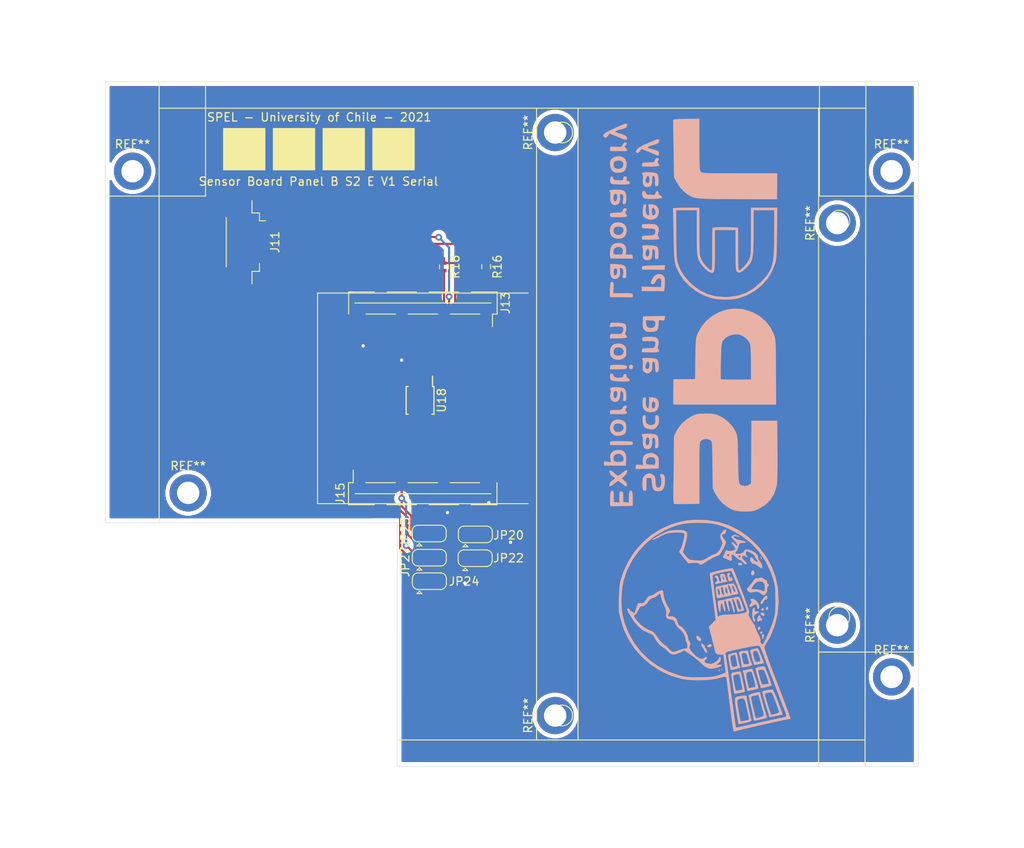
<source format=kicad_pcb>
(kicad_pcb (version 20171130) (host pcbnew "(5.1.2)-2")
  (layers (0 F.Cu signal) (31 B.Cu signal) (34 B.Paste user) (35 F.Paste user) (36 B.SilkS user) (37 F.SilkS user) (38 B.Mask user) (39 F.Mask user) (44 Edge.Cuts user))
  (net 0 "")
  (net 1 RPI_SCL)
  (net 2 RPI_SDA)
  (net 3 GND)
  (net 4 MAG_3V3)
  (net 5 "Net-(J13-Pad5)")
  (net 6 "Net-(J13-Pad6)")
  (net 7 MAG2_BIT0)
  (net 8 MAG2_BIT1)
  (net 9 "Net-(J15-Pad2)")
  (net 10 "Net-(J15-Pad4)")
  (net 11 "Net-(J15-Pad1)")
  (net 12 MAG2_A0)
  (net 13 MAG2_A2)
  (net 14 MAG2_A1)
  (net 15 "Net-(U18-Pad3)")
  (module Mounting_Holes:MountingHole_2.7mm_M2.5_ISO14580_Pad (layer F.Cu) (at 468.49 86.27)
    (fp_text reference REF** (at 0 -3.25) (layer F.SilkS))
    (fp_text value MountingHole_2.7mm_M2.5_ISO14580_Pad)
    (pad 1 thru_hole circle (at 0 0) (size 4.5 4.5) (drill 2.7) (layers *.Cu *.Mask))
  )
  (module L86:SPEL_logo (layer B.Cu) (at 529.81 78.1 90)
    (fp_text reference G*** hide)
    (fp_text value LOGO hide)
  )
  (module Mounting_Holes:MountingHole_2.7mm_M2.5_ISO14580_Pad (layer F.Cu) (at 553.29 47.47)
    (fp_text reference REF** (at 0 -3.25) (layer F.SilkS))
    (fp_text value MountingHole_2.7mm_M2.5_ISO14580_Pad)
    (pad 1 thru_hole circle (at 0 0) (size 4.5 4.5) (drill 2.7) (layers *.Cu *.Mask))
  )
  (module Mounting_Holes:MountingHole_2.7mm_M2.5_ISO14580_Pad (layer F.Cu) (at 461.79 47.47)
    (fp_text reference REF** (at 0 -3.25) (layer F.SilkS))
    (fp_text value MountingHole_2.7mm_M2.5_ISO14580_Pad)
    (pad 1 thru_hole circle (at 0 0) (size 4.5 4.5) (drill 2.7) (layers *.Cu *.Mask))
  )
  (module Mounting_Holes:MountingHole_2.7mm_M2.5_ISO14580_Pad (layer F.Cu) (at 553.29 108.47)
    (fp_text reference REF** (at 0 -3.25) (layer F.SilkS))
    (fp_text value MountingHole_2.7mm_M2.5_ISO14580_Pad)
    (pad 1 thru_hole circle (at 0 0) (size 4.5 4.5) (drill 2.7) (layers *.Cu *.Mask))
  )
  (module Mounting_Holes:MountingHole_2.7mm_M2.5_ISO14580_Pad (layer F.Cu) (at 546.74 53.73 90)
    (fp_text reference REF** (at 0 -3.25 90) (layer F.SilkS))
    (fp_text value MountingHole_2.7mm_M2.5_ISO14580_Pad)
    (pad 1 thru_hole circle (at 0 0 90) (size 4.5 4.5) (drill 2.7) (layers *.Cu *.Mask))
  )
  (module Mounting_Holes:MountingHole_2.7mm_M2.5_ISO14580_Pad (layer F.Cu) (at 546.74 102.23 90)
    (fp_text reference REF** (at 0 -3.25 90) (layer F.SilkS))
    (fp_text value MountingHole_2.7mm_M2.5_ISO14580_Pad)
    (pad 1 thru_hole circle (at 0 0 90) (size 4.5 4.5) (drill 2.7) (layers *.Cu *.Mask))
  )
  (module Mounting_Holes:MountingHole_2.7mm_M2.5_ISO14580_Pad (layer F.Cu) (at 512.73 42.8 90)
    (fp_text reference REF** (at 0 -3.25 90) (layer F.SilkS))
    (fp_text value MountingHole_2.7mm_M2.5_ISO14580_Pad)
    (pad 1 thru_hole circle (at 0 0 90) (size 4.5 4.5) (drill 2.7) (layers *.Cu *.Mask))
  )
  (module Mounting_Holes:MountingHole_2.7mm_M2.5_ISO14580_Pad (layer F.Cu) (at 512.73 113.13 90)
    (fp_text reference REF** (at 0 -3.25 90) (layer F.SilkS))
    (fp_text value MountingHole_2.7mm_M2.5_ISO14580_Pad)
    (pad 1 thru_hole circle (at 0 0 90) (size 4.5 4.5) (drill 2.7) (layers *.Cu *.Mask))
  )
  (module Jumper:SolderJumper-3_P1.3mm_Open_RoundedPad1.0x1.5mm (layer F.Cu) (at 497.56 94.09)
    (fp_text reference JP27 (at -2.92 0.51 90) (layer F.SilkS))
    (fp_text value Jumper_3_Open)
    (pad 1 smd custom (at -1.3 0) (size 1 0.5) (layers F.Cu F.Mask) (net 4 MAG_3V3) (options (clearance outline) (anchor rect)) (primitives (gr_circle (center 0 0.25) (end 0.5 0.25) (width 0)) (gr_circle (center 0 -0.25) (end 0.5 -0.25) (width 0)) (gr_poly (pts (xy 0.55 -0.75) (xy 0 -0.75) (xy 0 0.75) (xy 0.55 0.75)) (width 0))))
    (pad 3 smd custom (at 1.3 0) (size 1 0.5) (layers F.Cu F.Mask) (net 3 GND) (options (clearance outline) (anchor rect)) (primitives (gr_circle (center 0 0.25) (end 0.5 0.25) (width 0)) (gr_circle (center 0 -0.25) (end 0.5 -0.25) (width 0)) (gr_poly (pts (xy -0.55 -0.75) (xy 0 -0.75) (xy 0 0.75) (xy -0.55 0.75)) (width 0))))
    (pad 2 smd rect (at 0 0) (size 1 1.5) (layers F.Cu F.Mask) (net 14 MAG2_A1))
  )
  (module Pin_Headers:Pin_Header_Straight_1x07_Pitch2.54mm_SMD_Pin1Right (layer F.Cu) (at 496.79 63.37 270)
    (fp_text reference J13 (at 0 -9.95 90) (layer F.SilkS))
    (fp_text value Conn_01x07_Female)
    (pad 7 smd rect (at 1.655 7.62 270) (size 2.51 1) (layers F.Cu F.Paste F.Mask) (net 3 GND))
    (pad 5 smd rect (at 1.655 2.54 270) (size 2.51 1) (layers F.Cu F.Paste F.Mask) (net 5 "Net-(J13-Pad5)"))
    (pad 3 smd rect (at 1.655 -2.54 270) (size 2.51 1) (layers F.Cu F.Paste F.Mask) (net 2 RPI_SDA))
    (pad 1 smd rect (at 1.655 -7.62 270) (size 2.51 1) (layers F.Cu F.Paste F.Mask) (net 1 RPI_SCL))
    (pad 6 smd rect (at -1.655 5.08 270) (size 2.51 1) (layers F.Cu F.Paste F.Mask) (net 6 "Net-(J13-Pad6)"))
    (pad 4 smd rect (at -1.655 0 270) (size 2.51 1) (layers F.Cu F.Paste F.Mask) (net 7 MAG2_BIT0))
    (pad 2 smd rect (at -1.655 -5.08 270) (size 2.51 1) (layers F.Cu F.Paste F.Mask) (net 8 MAG2_BIT1))
  )
  (module Connectors_Molex:Molex_PicoBlade_53398-0471_04x1.25mm_Straight (layer F.Cu) (at 475.71 56.03 270)
    (fp_text reference J11 (at 0 -3.25 90) (layer F.SilkS))
    (fp_text value Conn_01x04_Male)
    (pad "" smd rect (at 4.375 1.375 270) (size 2.2 3.1) (layers F.Cu F.Paste F.Mask))
    (pad "" smd rect (at -4.375 1.375 270) (size 2.2 3.1) (layers F.Cu F.Paste F.Mask))
    (pad 4 smd rect (at 1.875 -1.375 270) (size 0.8 1.5) (layers F.Cu F.Paste F.Mask) (net 4 MAG_3V3))
    (pad 3 smd rect (at 0.625 -1.375 270) (size 0.8 1.5) (layers F.Cu F.Paste F.Mask) (net 1 RPI_SCL))
    (pad 2 smd rect (at -0.625 -1.375 270) (size 0.8 1.5) (layers F.Cu F.Paste F.Mask) (net 2 RPI_SDA))
    (pad 1 smd rect (at -1.875 -1.375 270) (size 0.8 1.5) (layers F.Cu F.Paste F.Mask) (net 3 GND))
  )
  (module Jumper:SolderJumper-3_P1.3mm_Open_RoundedPad1.0x1.5mm (layer F.Cu) (at 503.11 91.28)
    (fp_text reference JP20 (at 4.01 0.1) (layer F.SilkS))
    (fp_text value Jumper_3_Open)
    (pad 1 smd custom (at -1.3 0) (size 1 0.5) (layers F.Cu F.Mask) (net 4 MAG_3V3) (options (clearance outline) (anchor rect)) (primitives (gr_circle (center 0 0.25) (end 0.5 0.25) (width 0)) (gr_circle (center 0 -0.25) (end 0.5 -0.25) (width 0)) (gr_poly (pts (xy 0.55 -0.75) (xy 0 -0.75) (xy 0 0.75) (xy 0.55 0.75)) (width 0))))
    (pad 3 smd custom (at 1.3 0) (size 1 0.5) (layers F.Cu F.Mask) (net 3 GND) (options (clearance outline) (anchor rect)) (primitives (gr_circle (center 0 0.25) (end 0.5 0.25) (width 0)) (gr_circle (center 0 -0.25) (end 0.5 -0.25) (width 0)) (gr_poly (pts (xy -0.55 -0.75) (xy 0 -0.75) (xy 0 0.75) (xy -0.55 0.75)) (width 0))))
    (pad 2 smd rect (at 0 0) (size 1 1.5) (layers F.Cu F.Mask) (net 7 MAG2_BIT0))
  )
  (module Pin_Headers:Pin_Header_Straight_1x07_Pitch2.54mm_SMD_Pin1Right (layer F.Cu) (at 496.77 86.37 90)
    (fp_text reference J15 (at 0 -9.95 90) (layer F.SilkS))
    (fp_text value Conn_01x07_Female)
    (pad 2 smd rect (at -1.655 -5.08 90) (size 2.51 1) (layers F.Cu F.Paste F.Mask) (net 9 "Net-(J15-Pad2)"))
    (pad 4 smd rect (at -1.655 0 90) (size 2.51 1) (layers F.Cu F.Paste F.Mask) (net 10 "Net-(J15-Pad4)"))
    (pad 6 smd rect (at -1.655 5.08 90) (size 2.51 1) (layers F.Cu F.Paste F.Mask) (net 4 MAG_3V3))
    (pad 1 smd rect (at 1.655 -7.62 90) (size 2.51 1) (layers F.Cu F.Paste F.Mask) (net 11 "Net-(J15-Pad1)"))
    (pad 3 smd rect (at 1.655 -2.54 90) (size 2.51 1) (layers F.Cu F.Paste F.Mask) (net 4 MAG_3V3))
    (pad 5 smd rect (at 1.655 2.54 90) (size 2.51 1) (layers F.Cu F.Paste F.Mask) (net 4 MAG_3V3))
    (pad 7 smd rect (at 1.655 7.62 90) (size 2.51 1) (layers F.Cu F.Paste F.Mask) (net 3 GND))
  )
  (module Housings_SSOP:MSOP-8_3x3mm_Pitch0.65mm (layer F.Cu) (at 496.445 75.11 270)
    (fp_text reference U18 (at 0 -2.6 90) (layer F.SilkS))
    (fp_text value MCP9804_MSOP)
    (pad 1 smd rect (at -2.2 -0.975 270) (size 1.45 0.45) (layers F.Cu F.Paste F.Mask) (net 2 RPI_SDA))
    (pad 2 smd rect (at -2.2 -0.325 270) (size 1.45 0.45) (layers F.Cu F.Paste F.Mask) (net 1 RPI_SCL))
    (pad 3 smd rect (at -2.2 0.325 270) (size 1.45 0.45) (layers F.Cu F.Paste F.Mask) (net 15 "Net-(U18-Pad3)"))
    (pad 4 smd rect (at -2.2 0.975 270) (size 1.45 0.45) (layers F.Cu F.Paste F.Mask) (net 3 GND))
    (pad 5 smd rect (at 2.2 0.975 270) (size 1.45 0.45) (layers F.Cu F.Paste F.Mask) (net 13 MAG2_A2))
    (pad 6 smd rect (at 2.2 0.325 270) (size 1.45 0.45) (layers F.Cu F.Paste F.Mask) (net 14 MAG2_A1))
    (pad 7 smd rect (at 2.2 -0.325 270) (size 1.45 0.45) (layers F.Cu F.Paste F.Mask) (net 12 MAG2_A0))
    (pad 8 smd rect (at 2.2 -0.975 270) (size 1.45 0.45) (layers F.Cu F.Paste F.Mask) (net 4 MAG_3V3))
  )
  (module Resistors_SMD:R_0402 (layer F.Cu) (at 499.33 59 270)
    (fp_text reference R18 (at 0 -1.35 90) (layer F.SilkS))
    (fp_text value R)
    (pad 1 smd rect (at -0.45 0 270) (size 0.4 0.6) (layers F.Cu F.Paste F.Mask) (net 4 MAG_3V3))
    (pad 2 smd rect (at 0.45 0 270) (size 0.4 0.6) (layers F.Cu F.Paste F.Mask) (net 2 RPI_SDA))
  )
  (module Resistors_SMD:R_0402 (layer F.Cu) (at 504.42 58.99 270)
    (fp_text reference R16 (at 0 -1.35 90) (layer F.SilkS))
    (fp_text value R)
    (pad 2 smd rect (at 0.45 0 270) (size 0.4 0.6) (layers F.Cu F.Paste F.Mask) (net 1 RPI_SCL))
    (pad 1 smd rect (at -0.45 0 270) (size 0.4 0.6) (layers F.Cu F.Paste F.Mask) (net 4 MAG_3V3))
  )
  (module Jumper:SolderJumper-3_P1.3mm_Open_RoundedPad1.0x1.5mm (layer F.Cu) (at 503.09 94.15)
    (fp_text reference JP22 (at 4.03 -0.01) (layer F.SilkS))
    (fp_text value Jumper_3_Open)
    (pad 2 smd rect (at 0 0) (size 1 1.5) (layers F.Cu F.Mask) (net 8 MAG2_BIT1))
    (pad 3 smd custom (at 1.3 0) (size 1 0.5) (layers F.Cu F.Mask) (net 3 GND) (options (clearance outline) (anchor rect)) (primitives (gr_circle (center 0 0.25) (end 0.5 0.25) (width 0)) (gr_circle (center 0 -0.25) (end 0.5 -0.25) (width 0)) (gr_poly (pts (xy -0.55 -0.75) (xy 0 -0.75) (xy 0 0.75) (xy -0.55 0.75)) (width 0))))
    (pad 1 smd custom (at -1.3 0) (size 1 0.5) (layers F.Cu F.Mask) (net 4 MAG_3V3) (options (clearance outline) (anchor rect)) (primitives (gr_circle (center 0 0.25) (end 0.5 0.25) (width 0)) (gr_circle (center 0 -0.25) (end 0.5 -0.25) (width 0)) (gr_poly (pts (xy 0.55 -0.75) (xy 0 -0.75) (xy 0 0.75) (xy 0.55 0.75)) (width 0))))
  )
  (module Jumper:SolderJumper-3_P1.3mm_Open_RoundedPad1.0x1.5mm (layer F.Cu) (at 497.57 96.92)
    (fp_text reference JP24 (at 4.19 0.03) (layer F.SilkS))
    (fp_text value Jumper_3_Open)
    (pad 2 smd rect (at 0 0) (size 1 1.5) (layers F.Cu F.Mask) (net 13 MAG2_A2))
    (pad 3 smd custom (at 1.3 0) (size 1 0.5) (layers F.Cu F.Mask) (net 3 GND) (options (clearance outline) (anchor rect)) (primitives (gr_circle (center 0 0.25) (end 0.5 0.25) (width 0)) (gr_circle (center 0 -0.25) (end 0.5 -0.25) (width 0)) (gr_poly (pts (xy -0.55 -0.75) (xy 0 -0.75) (xy 0 0.75) (xy -0.55 0.75)) (width 0))))
    (pad 1 smd custom (at -1.3 0) (size 1 0.5) (layers F.Cu F.Mask) (net 4 MAG_3V3) (options (clearance outline) (anchor rect)) (primitives (gr_circle (center 0 0.25) (end 0.5 0.25) (width 0)) (gr_circle (center 0 -0.25) (end 0.5 -0.25) (width 0)) (gr_poly (pts (xy 0.55 -0.75) (xy 0 -0.75) (xy 0 0.75) (xy 0.55 0.75)) (width 0))))
  )
  (module Jumper:SolderJumper-3_P1.3mm_Open_RoundedPad1.0x1.5mm (layer F.Cu) (at 497.55 91.17)
    (fp_text reference JP23 (at -2.89 -0.16 90) (layer F.SilkS))
    (fp_text value Jumper_3_Open)
    (pad 1 smd custom (at -1.3 0) (size 1 0.5) (layers F.Cu F.Mask) (net 4 MAG_3V3) (options (clearance outline) (anchor rect)) (primitives (gr_circle (center 0 0.25) (end 0.5 0.25) (width 0)) (gr_circle (center 0 -0.25) (end 0.5 -0.25) (width 0)) (gr_poly (pts (xy 0.55 -0.75) (xy 0 -0.75) (xy 0 0.75) (xy 0.55 0.75)) (width 0))))
    (pad 3 smd custom (at 1.3 0) (size 1 0.5) (layers F.Cu F.Mask) (net 3 GND) (options (clearance outline) (anchor rect)) (primitives (gr_circle (center 0 0.25) (end 0.5 0.25) (width 0)) (gr_circle (center 0 -0.25) (end 0.5 -0.25) (width 0)) (gr_poly (pts (xy -0.55 -0.75) (xy 0 -0.75) (xy 0 0.75) (xy -0.55 0.75)) (width 0))))
    (pad 2 smd rect (at 0 0) (size 1 1.5) (layers F.Cu F.Mask) (net 12 MAG2_A0))
  )
  (gr_poly (pts (xy 483.75 42.31) (xy 483.75 47.31) (xy 478.75 47.31) (xy 478.75 42.31)) (layer F.SilkS) (width 0.1))
  (gr_poly (pts (xy 489.75 42.31) (xy 489.75 47.31) (xy 484.75 47.31) (xy 484.75 42.31)) (layer F.SilkS) (width 0.1))
  (gr_poly (pts (xy 477.75 42.31) (xy 477.75 47.31) (xy 472.75 47.31) (xy 472.75 42.31)) (layer F.SilkS) (width 0.1))
  (gr_poly (pts (xy 495.75 42.31) (xy 495.75 47.31) (xy 490.75 47.31) (xy 490.75 42.31)) (layer F.SilkS) (width 0.1))
  (gr_text "SPEL - University of Chile - 2021" (at 484.3 40.96) (layer F.SilkS) (effects (font (size 1 1))))
  (gr_text "Sensor Board Panel B S2 E V1 Serial" (at 484.2 48.71) (layer F.SilkS) (effects (font (size 1 1))))
  (gr_line (start 493.67 116.07) (end 550.09 116.07) (layer F.SilkS) (width 0.12))
  (gr_line (start 464.99 89.87) (end 464.99 36.67) (layer F.SilkS) (width 0.12))
  (gr_line (start 458.49 89.87) (end 458.49 36.67) (layer Edge.Cuts) (width 0.05))
  (gr_line (start 493.67 119.27) (end 556.49 119.27) (layer Edge.Cuts) (width 0.05))
  (gr_line (start 493.69 89.87) (end 493.67 119.27) (layer Edge.Cuts) (width 0.05))
  (gr_line (start 458.49 89.87) (end 493.69 89.87) (layer Edge.Cuts) (width 0.05))
  (gr_line (start 550.19 39.87) (end 464.99 39.87) (layer F.SilkS) (width 0.12))
  (gr_line (start 550.09 119.27) (end 550.19 36.67) (layer F.SilkS) (width 0.12))
  (gr_line (start 544.49 119.27) (end 544.49 105.47) (layer F.SilkS) (width 0.12))
  (gr_circle (center 553.29 108.47) (end 554.54 108.47) (layer F.SilkS) (width 0.12))
  (gr_line (start 556.49 105.47) (end 544.49 105.47) (layer F.SilkS) (width 0.12))
  (gr_line (start 556.59 50.47) (end 544.59 50.47) (layer F.SilkS) (width 0.12))
  (gr_line (start 470.59 50.47) (end 470.59 36.67) (layer F.SilkS) (width 0.12))
  (gr_line (start 458.59 50.47) (end 470.59 50.47) (layer F.SilkS) (width 0.12))
  (gr_line (start 544.59 36.67) (end 544.59 50.47) (layer F.SilkS) (width 0.12))
  (gr_circle (center 461.79 47.47) (end 463.04 47.47) (layer F.SilkS) (width 0.12))
  (gr_circle (center 553.29 47.47) (end 554.54 47.47) (layer F.SilkS) (width 0.12))
  (gr_line (start 504.99 63.37) (end 488.59 63.37) (layer F.SilkS) (width 0.12))
  (gr_line (start 504.989978 86.37) (end 488.59 86.37) (layer F.SilkS) (width 0.12))
  (gr_line (start 458.49 36.67) (end 556.49 36.67) (layer Edge.Cuts) (width 0.05))
  (gr_line (start 556.49 36.67) (end 556.49 119.27) (layer Edge.Cuts) (width 0.05))
  (gr_line (start 510.49 39.87) (end 510.49 116.07) (layer F.SilkS) (width 0.12))
  (gr_circle (center 513.58 113.12) (end 514.83 113.12) (layer F.SilkS) (width 0.12))
  (gr_circle (center 546.99 53.43) (end 548.24 53.43) (layer F.SilkS) (width 0.12))
  (gr_circle (center 546.99 101.26) (end 548.24 101.26) (layer F.SilkS) (width 0.12))
  (gr_circle (center 513.579967 42.8) (end 514.830007 42.8) (layer F.SilkS) (width 0.12))
  (gr_line (start 515.49 39.87) (end 515.49 116.07) (layer F.SilkS) (width 0.12))
  (gr_line (start 544.49 39.87) (end 544.49 116.07) (layer F.SilkS) (width 0.12))
  (gr_line (start 509.49 62.17) (end 484.09 62.17) (layer F.SilkS) (width 0.12))
  (gr_line (start 484.09 62.17) (end 484.09 87.57) (layer F.SilkS) (width 0.12))
  (gr_line (start 509.49 87.57) (end 484.09 87.57) (layer F.SilkS) (width 0.12))
  (segment (start 504.41 65.025) (end 504.41 59.45) (width 0.25) (layer F.Cu) (net 1))
  (segment (start 504.41 59.45) (end 504.42 59.44) (width 0.25) (layer F.Cu) (net 1))
  (segment (start 497.41 59.6) (end 497.82999 60.01999) (width 0.25) (layer F.Cu) (net 1))
  (segment (start 503.2 63.35) (end 504.41 64.56) (width 0.25) (layer F.Cu) (net 1))
  (segment (start 498.64 67.37) (end 499.83 67.37) (width 0.25) (layer F.Cu) (net 1))
  (segment (start 500.67 59.94) (end 501.18 59.43) (width 0.25) (layer F.Cu) (net 1))
  (segment (start 498.33 71.85) (end 495.964999 69.484999) (width 0.25) (layer F.Cu) (net 1))
  (segment (start 502.71 59.43) (end 503.2 59.92) (width 0.25) (layer F.Cu) (net 1))
  (segment (start 503.2 59.92) (end 503.2 63.35) (width 0.25) (layer F.Cu) (net 1))
  (segment (start 501.18 59.43) (end 502.71 59.43) (width 0.25) (layer F.Cu) (net 1))
  (segment (start 495.964999 69.484999) (end 495.964999 59.915001) (width 0.25) (layer F.Cu) (net 1))
  (segment (start 497.82999 66.55999) (end 498.64 67.37) (width 0.25) (layer F.Cu) (net 1))
  (segment (start 500.67 66.53) (end 500.67 59.94) (width 0.25) (layer F.Cu) (net 1))
  (segment (start 496.28 59.6) (end 497.41 59.6) (width 0.25) (layer F.Cu) (net 1))
  (segment (start 497.82999 60.01999) (end 497.82999 66.55999) (width 0.25) (layer F.Cu) (net 1))
  (segment (start 497.9 74.43) (end 498.33 74) (width 0.25) (layer F.Cu) (net 1))
  (segment (start 498.33 74) (end 498.33 71.85) (width 0.25) (layer F.Cu) (net 1))
  (segment (start 496.77 73.95) (end 497.25 74.43) (width 0.25) (layer F.Cu) (net 1))
  (segment (start 496.77 72.91) (end 496.77 73.95) (width 0.25) (layer F.Cu) (net 1))
  (segment (start 499.83 67.37) (end 500.67 66.53) (width 0.25) (layer F.Cu) (net 1))
  (segment (start 495.964999 59.915001) (end 496.28 59.6) (width 0.25) (layer F.Cu) (net 1))
  (segment (start 504.41 64.56) (end 504.41 65.025) (width 0.25) (layer F.Cu) (net 1))
  (segment (start 497.25 74.43) (end 497.9 74.43) (width 0.25) (layer F.Cu) (net 1))
  (segment (start 478.085 56.655) (end 478.51 56.23) (width 0.25) (layer F.Cu) (net 1))
  (segment (start 477.085 56.655) (end 478.085 56.655) (width 0.25) (layer F.Cu) (net 1))
  (segment (start 478.51 56.23) (end 504.78 56.23) (width 0.25) (layer F.Cu) (net 1))
  (segment (start 504.78 56.23) (end 506.79 58.24) (width 0.25) (layer F.Cu) (net 1))
  (segment (start 506.79 58.24) (end 506.79 63.76) (width 0.25) (layer F.Cu) (net 1))
  (segment (start 505.525 65.025) (end 504.41 65.025) (width 0.25) (layer F.Cu) (net 1))
  (segment (start 506.79 63.76) (end 505.525 65.025) (width 0.25) (layer F.Cu) (net 1))
  (segment (start 497.556411 59.11) (end 496.03 59.11) (width 0.25) (layer F.Cu) (net 2))
  (segment (start 497.42 71.935) (end 497.42 72.91) (width 0.25) (layer F.Cu) (net 2))
  (segment (start 495.27 69.785) (end 497.42 71.935) (width 0.25) (layer F.Cu) (net 2))
  (segment (start 496.03 59.11) (end 495.27 59.87) (width 0.25) (layer F.Cu) (net 2))
  (segment (start 498.94 60.493589) (end 497.556411 59.11) (width 0.25) (layer F.Cu) (net 2))
  (segment (start 499.33 65.025) (end 498.94 64.635) (width 0.25) (layer F.Cu) (net 2))
  (segment (start 495.27 59.87) (end 495.27 69.785) (width 0.25) (layer F.Cu) (net 2))
  (segment (start 498.94 64.635) (end 498.94 60.493589) (width 0.25) (layer F.Cu) (net 2))
  (segment (start 499.33 65.025) (end 499.33 59.45) (width 0.25) (layer F.Cu) (net 2))
  (via (at 498.7 55.44) (size 0.8) (drill 0.4) (layers F.Cu B.Cu) (net 2))
  (segment (start 477.085 55.405) (end 498.665 55.405) (width 0.25) (layer F.Cu) (net 2))
  (segment (start 498.665 55.405) (end 498.7 55.44) (width 0.25) (layer F.Cu) (net 2))
  (segment (start 498.7 55.44) (end 499.099999 55.839999) (width 0.25) (layer B.Cu) (net 2))
  (via (at 499.945 62.6) (size 0.8) (drill 0.4) (layers F.Cu B.Cu) (net 2))
  (segment (start 499.099999 55.839999) (end 499.945 56.685) (width 0.25) (layer B.Cu) (net 2))
  (segment (start 499.945 56.685) (end 499.945 62.6) (width 0.25) (layer B.Cu) (net 2))
  (segment (start 499.945 64.41) (end 499.33 65.025) (width 0.25) (layer F.Cu) (net 2))
  (segment (start 499.945 62.6) (end 499.945 64.41) (width 0.25) (layer F.Cu) (net 2))
  (via (at 507.35 92.22) (size 0.8) (drill 0.4) (layers F.Cu B.Cu) (net 3))
  (segment (start 504.39 94.15) (end 505.42 94.15) (width 0.25) (layer F.Cu) (net 3))
  (segment (start 505.42 94.15) (end 507.35 92.22) (width 0.25) (layer F.Cu) (net 3))
  (segment (start 507.35 91.654315) (end 507.33 91.634315) (width 0.25) (layer B.Cu) (net 3))
  (segment (start 507.35 92.22) (end 507.35 91.654315) (width 0.25) (layer B.Cu) (net 3))
  (segment (start 507.33 91.634315) (end 507.33 89.08) (width 0.25) (layer B.Cu) (net 3))
  (segment (start 507.33 89.08) (end 506.89 88.64) (width 0.25) (layer B.Cu) (net 3))
  (via (at 504.74 87.45) (size 0.8) (drill 0.4) (layers F.Cu B.Cu) (net 3))
  (segment (start 506.89 88.64) (end 505.93 88.64) (width 0.25) (layer B.Cu) (net 3))
  (segment (start 505.93 88.64) (end 504.74 87.45) (width 0.25) (layer B.Cu) (net 3))
  (segment (start 504.74 85.065) (end 504.39 84.715) (width 0.25) (layer F.Cu) (net 3))
  (segment (start 504.74 87.45) (end 504.74 85.065) (width 0.25) (layer F.Cu) (net 3))
  (via (at 499.76 88.65) (size 0.8) (drill 0.4) (layers F.Cu B.Cu) (net 3))
  (segment (start 498.85 91.17) (end 498.85 89.56) (width 0.25) (layer F.Cu) (net 3))
  (segment (start 498.85 89.56) (end 499.76 88.65) (width 0.25) (layer F.Cu) (net 3))
  (segment (start 499.76 88.65) (end 502.61 88.65) (width 0.25) (layer B.Cu) (net 3))
  (segment (start 502.61 88.65) (end 503.45 89.49) (width 0.25) (layer B.Cu) (net 3))
  (segment (start 503.45 89.49) (end 503.45 96.12) (width 0.25) (layer B.Cu) (net 3))
  (via (at 501.84 97.15) (size 0.8) (drill 0.4) (layers F.Cu B.Cu) (net 3))
  (segment (start 503.45 96.12) (end 502.42 97.15) (width 0.25) (layer B.Cu) (net 3))
  (segment (start 502.42 97.15) (end 501.84 97.15) (width 0.25) (layer B.Cu) (net 3))
  (segment (start 499.1 97.15) (end 498.87 96.92) (width 0.25) (layer F.Cu) (net 3))
  (segment (start 501.84 97.15) (end 499.1 97.15) (width 0.25) (layer F.Cu) (net 3))
  (via (at 494.22 70.26) (size 0.8) (drill 0.4) (layers F.Cu B.Cu) (net 3))
  (segment (start 495.47 72.91) (end 495.47 71.51) (width 0.25) (layer F.Cu) (net 3))
  (segment (start 495.47 71.51) (end 494.22 70.26) (width 0.25) (layer F.Cu) (net 3))
  (segment (start 493.654315 70.26) (end 493.634315 70.28) (width 0.25) (layer B.Cu) (net 3))
  (segment (start 494.22 70.26) (end 493.654315 70.26) (width 0.25) (layer B.Cu) (net 3))
  (via (at 489.58 68.54) (size 0.8) (drill 0.4) (layers F.Cu B.Cu) (net 3))
  (segment (start 493.634315 70.28) (end 491.32 70.28) (width 0.25) (layer B.Cu) (net 3))
  (segment (start 491.32 70.28) (end 489.58 68.54) (width 0.25) (layer B.Cu) (net 3))
  (segment (start 489.22 65.075) (end 489.17 65.025) (width 0.25) (layer F.Cu) (net 3))
  (segment (start 489.58 68.54) (end 489.22 68.18) (width 0.25) (layer F.Cu) (net 3))
  (segment (start 489.22 68.18) (end 489.22 65.075) (width 0.25) (layer F.Cu) (net 3))
  (segment (start 494.01 84.935) (end 494.23 84.715) (width 0.25) (layer F.Cu) (net 4))
  (segment (start 499.31 84.715) (end 499.31 81.11) (width 0.25) (layer F.Cu) (net 4))
  (segment (start 497.42 79.22) (end 497.42 77.31) (width 0.25) (layer F.Cu) (net 4))
  (segment (start 499.31 81.11) (end 497.42 79.22) (width 0.25) (layer F.Cu) (net 4))
  (segment (start 501.85 86.52) (end 501.85 88.025) (width 0.25) (layer F.Cu) (net 4))
  (segment (start 501.85 86.505) (end 501.85 86.52) (width 0.25) (layer F.Cu) (net 4))
  (segment (start 500.06 84.715) (end 501.85 86.505) (width 0.25) (layer F.Cu) (net 4))
  (segment (start 499.31 84.715) (end 500.06 84.715) (width 0.25) (layer F.Cu) (net 4))
  (segment (start 504.41 58.55) (end 504.42 58.54) (width 0.25) (layer F.Cu) (net 4))
  (segment (start 499.33 58.55) (end 504.41 58.55) (width 0.25) (layer F.Cu) (net 4))
  (segment (start 501.79 91.3) (end 501.81 91.28) (width 0.25) (layer F.Cu) (net 4))
  (segment (start 501.79 94.15) (end 501.79 91.3) (width 0.25) (layer F.Cu) (net 4))
  (segment (start 501.81 91.28) (end 501.81 88.065) (width 0.25) (layer F.Cu) (net 4))
  (segment (start 501.81 88.065) (end 501.85 88.025) (width 0.25) (layer F.Cu) (net 4))
  (segment (start 498.78 58.55) (end 499.33 58.55) (width 0.25) (layer F.Cu) (net 4))
  (segment (start 497.42 76.335) (end 496.955 75.87) (width 0.25) (layer F.Cu) (net 4))
  (segment (start 492.83 61.19) (end 495.47 58.55) (width 0.25) (layer F.Cu) (net 4))
  (segment (start 492.83 73.6) (end 492.83 61.19) (width 0.25) (layer F.Cu) (net 4))
  (segment (start 497.42 77.31) (end 497.42 76.335) (width 0.25) (layer F.Cu) (net 4))
  (segment (start 495.47 58.55) (end 498.78 58.55) (width 0.25) (layer F.Cu) (net 4))
  (segment (start 495.1 75.87) (end 492.83 73.6) (width 0.25) (layer F.Cu) (net 4))
  (segment (start 496.955 75.87) (end 495.1 75.87) (width 0.25) (layer F.Cu) (net 4))
  (segment (start 496.27 94.1) (end 496.26 94.09) (width 0.25) (layer F.Cu) (net 4))
  (segment (start 496.27 96.92) (end 496.27 94.1) (width 0.25) (layer F.Cu) (net 4))
  (segment (start 496.26 94.59) (end 496.26 94.09) (width 0.25) (layer F.Cu) (net 4))
  (segment (start 497.08 95.41) (end 496.26 94.59) (width 0.25) (layer F.Cu) (net 4))
  (segment (start 501.79 94.15) (end 500.53 95.41) (width 0.25) (layer F.Cu) (net 4))
  (segment (start 500.53 95.41) (end 497.08 95.41) (width 0.25) (layer F.Cu) (net 4))
  (segment (start 499.33 57.97) (end 499.33 58.55) (width 0.25) (layer F.Cu) (net 4))
  (segment (start 478.675 57.905) (end 479.32 58.55) (width 0.25) (layer F.Cu) (net 4))
  (segment (start 477.085 57.905) (end 478.675 57.905) (width 0.25) (layer F.Cu) (net 4))
  (segment (start 479.32 58.55) (end 494.35 58.55) (width 0.25) (layer F.Cu) (net 4))
  (segment (start 494.35 58.55) (end 495.62 57.28) (width 0.25) (layer F.Cu) (net 4))
  (segment (start 495.62 57.28) (end 498.64 57.28) (width 0.25) (layer F.Cu) (net 4))
  (segment (start 498.64 57.28) (end 499.33 57.97) (width 0.25) (layer F.Cu) (net 4))
  (via (at 494.230002 86.93) (size 0.8) (drill 0.4) (layers F.Cu B.Cu) (net 4))
  (segment (start 494.23 84.715) (end 494.23 86.929998) (width 0.25) (layer F.Cu) (net 4))
  (segment (start 494.23 86.929998) (end 494.230002 86.93) (width 0.25) (layer F.Cu) (net 4))
  (segment (start 494.23 86.22) (end 494.23 84.715) (width 0.25) (layer F.Cu) (net 4))
  (segment (start 495.89 91.19) (end 495.400022 90.700022) (width 0.25) (layer F.Cu) (net 4))
  (segment (start 494.23 87.893589) (end 494.23 86.22) (width 0.25) (layer F.Cu) (net 4))
  (segment (start 495.400022 89.063611) (end 494.23 87.893589) (width 0.25) (layer F.Cu) (net 4))
  (segment (start 495.400022 90.700022) (end 495.400022 89.063611) (width 0.25) (layer F.Cu) (net 4))
  (segment (start 494.77 92.064315) (end 494.77 92.63) (width 0.25) (layer B.Cu) (net 4))
  (segment (start 496.26 94.09) (end 494.8 92.63) (width 0.25) (layer F.Cu) (net 4))
  (segment (start 494.8 92.63) (end 494.77 92.63) (width 0.25) (layer F.Cu) (net 4))
  (segment (start 494.77 87.469998) (end 494.77 92.064315) (width 0.25) (layer B.Cu) (net 4))
  (segment (start 494.230002 86.93) (end 494.77 87.469998) (width 0.25) (layer B.Cu) (net 4))
  (via (at 494.77 92.63) (size 0.8) (drill 0.4) (layers F.Cu B.Cu) (net 4))
  (segment (start 503.11 75.53) (end 496.79 69.21) (width 0.25) (layer F.Cu) (net 7))
  (segment (start 503.11 91.28) (end 503.11 75.53) (width 0.25) (layer F.Cu) (net 7))
  (segment (start 496.79 69.21) (end 496.79 61.715) (width 0.25) (layer F.Cu) (net 7))
  (segment (start 501.87 61.715) (end 501.87 71.82) (width 0.25) (layer F.Cu) (net 8))
  (segment (start 501.87 71.82) (end 505.89 75.84) (width 0.25) (layer F.Cu) (net 8))
  (segment (start 505.89 75.84) (end 505.89 91.62) (width 0.25) (layer F.Cu) (net 8))
  (segment (start 503.09 93.15) (end 503.09 94.15) (width 0.25) (layer F.Cu) (net 8))
  (segment (start 505.89 91.62) (end 504.76 92.75) (width 0.25) (layer F.Cu) (net 8))
  (segment (start 504.76 92.75) (end 503.49 92.75) (width 0.25) (layer F.Cu) (net 8))
  (segment (start 503.49 92.75) (end 503.09 93.15) (width 0.25) (layer F.Cu) (net 8))
  (segment (start 497.19 91.19) (end 497.19 90.78) (width 0.25) (layer F.Cu) (net 12))
  (segment (start 496.77 78.285) (end 496.77 77.31) (width 0.25) (layer F.Cu) (net 12))
  (segment (start 496.77 85.68641) (end 496.77 78.285) (width 0.25) (layer F.Cu) (net 12))
  (segment (start 497.55 91.17) (end 497.55 90.17) (width 0.25) (layer F.Cu) (net 12))
  (segment (start 497.21 89.83) (end 496.24 89.83) (width 0.25) (layer F.Cu) (net 12))
  (segment (start 496.24 89.83) (end 495.87 89.46) (width 0.25) (layer F.Cu) (net 12))
  (segment (start 497.55 90.17) (end 497.21 89.83) (width 0.25) (layer F.Cu) (net 12))
  (segment (start 495.87 89.46) (end 495.87 86.58641) (width 0.25) (layer F.Cu) (net 12))
  (segment (start 495.87 86.58641) (end 496.77 85.68641) (width 0.25) (layer F.Cu) (net 12))
  (segment (start 495.47 78.285) (end 495.47 77.31) (width 0.25) (layer F.Cu) (net 13))
  (segment (start 495.47 79.05) (end 495.47 78.285) (width 0.25) (layer F.Cu) (net 13))
  (segment (start 492.63 81.89) (end 495.47 79.05) (width 0.25) (layer F.Cu) (net 13))
  (segment (start 494.044998 89.124998) (end 492.63 87.71) (width 0.25) (layer F.Cu) (net 13))
  (segment (start 497.57 97.92) (end 497.02 98.47) (width 0.25) (layer F.Cu) (net 13))
  (segment (start 494.044998 92.958001) (end 494.044998 89.124998) (width 0.25) (layer F.Cu) (net 13))
  (segment (start 497.57 96.92) (end 497.57 97.92) (width 0.25) (layer F.Cu) (net 13))
  (segment (start 492.63 87.71) (end 492.63 81.89) (width 0.25) (layer F.Cu) (net 13))
  (segment (start 497.02 98.47) (end 495.96 98.47) (width 0.25) (layer F.Cu) (net 13))
  (segment (start 495.96 98.47) (end 494.95 97.46) (width 0.25) (layer F.Cu) (net 13))
  (segment (start 494.95 97.46) (end 494.95 93.863003) (width 0.25) (layer F.Cu) (net 13))
  (segment (start 494.95 93.863003) (end 494.044998 92.958001) (width 0.25) (layer F.Cu) (net 13))
  (segment (start 496.12 78.285) (end 496.12 77.31) (width 0.25) (layer F.Cu) (net 14))
  (segment (start 493.1 83.25) (end 496.12 80.23) (width 0.25) (layer F.Cu) (net 14))
  (segment (start 494.950011 89.250011) (end 493.1 87.4) (width 0.25) (layer F.Cu) (net 14))
  (segment (start 495.978661 92.311999) (end 494.950011 91.283349) (width 0.25) (layer F.Cu) (net 14))
  (segment (start 496.781999 92.311999) (end 495.978661 92.311999) (width 0.25) (layer F.Cu) (net 14))
  (segment (start 497.56 93.09) (end 496.781999 92.311999) (width 0.25) (layer F.Cu) (net 14))
  (segment (start 496.12 80.23) (end 496.12 78.285) (width 0.25) (layer F.Cu) (net 14))
  (segment (start 494.950011 91.283349) (end 494.950011 89.250011) (width 0.25) (layer F.Cu) (net 14))
  (segment (start 493.1 87.4) (end 493.1 83.25) (width 0.25) (layer F.Cu) (net 14))
  (segment (start 497.56 94.09) (end 497.56 93.09) (width 0.25) (layer F.Cu) (net 14))
  (zone (net 3) (net_name GND) (layer F.Cu) (connect_pads (clearance 0.508)) (min_thickness 0.254) (fill yes (arc_segments 32) (thermal_gap 0.508) (thermal_bridge_width 0.508))
    (polygon (pts (xy 458.46 36.64) (xy 458.46 89.9) (xy 493.66 89.9) (xy 493.64 119.3) (xy 556.52 119.3) (xy 556.52 36.64)))
  )
  (zone (net 3) (net_name GND) (layer B.Cu) (connect_pads (clearance 0.508)) (min_thickness 0.254) (fill yes (arc_segments 32) (thermal_gap 0.508) (thermal_bridge_width 0.508))
    (polygon (pts (xy 556.52 36.64) (xy 458.46 36.64) (xy 458.46 89.9) (xy 493.66 89.9) (xy 493.64 119.3) (xy 556.52 119.3)))
  )
)
</source>
